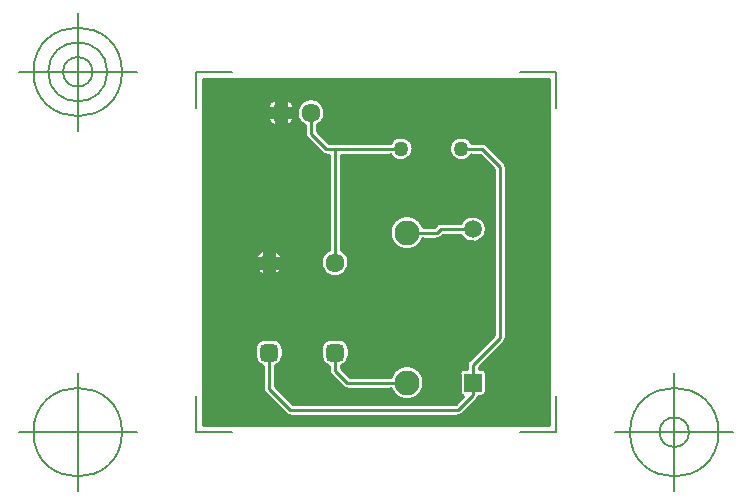
<source format=gbr>
G04 Generated by Ultiboard 14.3 *
%FSLAX34Y34*%
%MOMM*%

%ADD10C,0.0001*%
%ADD11C,0.2540*%
%ADD12C,0.0010*%
%ADD13C,0.1270*%
%ADD14C,0.84658*%
%ADD15C,0.99492*%
%ADD16C,1.2700*%
%ADD17C,2.1168*%
%ADD18C,1.6088*%
%ADD19C,1.5000*%
%ADD20R,1.5000X1.5000*%


G04 ColorRGB 00FF00 for the following layer *
%LNCopper Top*%
%LPD*%
G54D10*
G36*
X263152Y283192D02*
X263152Y283192D01*
X-29192Y283192D01*
X-29192Y-9152D01*
X263152Y-9152D01*
X263152Y283192D01*
D02*
G37*
%LPC*%
G36*
X15332Y132220D02*
G74*
D01*
G02X22212Y139100I11084J4204*
G01*
X22212Y139100D01*
X22212Y132220D01*
X15332Y132220D01*
D02*
G37*
G36*
X30620Y139100D02*
G74*
D01*
G02X37500Y132220I4204J11084*
G01*
X37500Y132220D01*
X30620Y132220D01*
X30620Y139100D01*
D02*
G37*
G36*
X37500Y123812D02*
G74*
D01*
G02X30620Y116932I11084J4204*
G01*
X30620Y116932D01*
X30620Y123812D01*
X37500Y123812D01*
D02*
G37*
G36*
X22212Y116932D02*
G74*
D01*
G02X15332Y123812I4204J11084*
G01*
X15332Y123812D01*
X22212Y123812D01*
X22212Y116932D01*
D02*
G37*
G36*
X21971Y128016D02*
G75*
D01*
G02X21971Y128016I4445J0*
G01*
D02*
G37*
G36*
X129797Y21311D02*
X129797Y21311D01*
X92456Y21311D01*
G75*
D01*
G02X91184Y21472I0J5105*
G01*
G74*
D01*
G02X88847Y22807I1272J4944*
G01*
X88847Y22807D01*
X78687Y32967D01*
G75*
D01*
G02X77191Y36588I3609J3609*
G01*
X77191Y36588D01*
X77191Y40532D01*
G75*
D01*
G02X70827Y48429I1718J7897*
G01*
X70827Y48429D01*
X70827Y55203D01*
G75*
D01*
G02X78909Y63285I8082J0*
G01*
X78909Y63285D01*
X85683Y63285D01*
G74*
D01*
G02X93765Y55203I0J8082*
G01*
X93765Y55203D01*
X93765Y48429D01*
G75*
D01*
G02X87401Y40532I-8082J0*
G01*
X87401Y40532D01*
X87401Y38690D01*
X94570Y31521D01*
X129797Y31521D01*
G75*
D01*
G02X129797Y21311I13459J-5105*
G01*
D02*
G37*
G36*
X189043Y151311D02*
X189043Y151311D01*
X173770Y151311D01*
X172271Y149813D01*
G74*
D01*
G02X170575Y148686I3615J3603*
G01*
G75*
D01*
G02X168648Y148311I-1919J4730*
G01*
X168648Y148311D01*
X156715Y148311D01*
G75*
D01*
G02X156715Y158521I-13459J5105*
G01*
X156715Y158521D01*
X166542Y158521D01*
X168047Y160025D01*
G74*
D01*
G02X171535Y161519I3609J3609*
G01*
G75*
D01*
G02X171656Y161521I121J-5103*
G01*
X171656Y161521D01*
X189043Y161521D01*
G75*
D01*
G02X189043Y151311I10093J-5105*
G01*
D02*
G37*
G36*
X25219Y250948D02*
X25219Y250948D01*
X32508Y250948D01*
X32508Y243659D01*
G74*
D01*
G02X25219Y250948I1423J8712*
G01*
D02*
G37*
G36*
X40644Y243659D02*
X40644Y243659D01*
X40644Y250948D01*
X47933Y250948D01*
G74*
D01*
G02X40644Y243659I8712J1423*
G01*
D02*
G37*
G36*
X47933Y259084D02*
X47933Y259084D01*
X40644Y259084D01*
X40644Y266373D01*
G74*
D01*
G02X47933Y259084I1423J8712*
G01*
D02*
G37*
G36*
X32508Y266373D02*
X32508Y266373D01*
X32508Y259084D01*
X25219Y259084D01*
G74*
D01*
G02X32508Y266373I8712J1423*
G01*
D02*
G37*
G36*
X31601Y255016D02*
G75*
D01*
G02X31601Y255016I4975J0*
G01*
D02*
G37*
G36*
X129391Y219431D02*
X129391Y219431D01*
X87401Y219431D01*
X87401Y138715D01*
G75*
D01*
G02X77191Y138715I-5105J-10699*
G01*
X77191Y138715D01*
X77191Y219431D01*
X74676Y219431D01*
G75*
D01*
G02X73200Y219650I0J5105*
G01*
G74*
D01*
G02X71067Y220927I1476J4886*
G01*
X71067Y220927D01*
X58367Y233627D01*
G75*
D01*
G02X56871Y237247I3609J3609*
G01*
X56871Y237247D01*
X56871Y244317D01*
G75*
D01*
G02X67081Y244317I5105J10699*
G01*
X67081Y244317D01*
X67081Y239350D01*
X76790Y229641D01*
X129391Y229641D01*
G75*
D01*
G02X129391Y219431I8785J-5105*
G01*
D02*
G37*
G36*
X210371Y228139D02*
X210371Y228139D01*
X225599Y212911D01*
G74*
D01*
G02X227101Y209296I3603J3615*
G01*
X227101Y209296D01*
X227101Y64516D01*
G75*
D01*
G02X225599Y60901I-5105J0*
G01*
X225599Y60901D01*
X204241Y39542D01*
X204241Y37744D01*
X206636Y37744D01*
G74*
D01*
G02X210464Y33916I0J3828*
G01*
X210464Y33916D01*
X210464Y18916D01*
G75*
D01*
G02X206636Y15088I-3828J0*
G01*
X206636Y15088D01*
X204105Y15088D01*
G74*
D01*
G02X202739Y12641I4969J1168*
G01*
X202739Y12641D01*
X190051Y-47D01*
G74*
D01*
G02X187510Y-1434I3615J3603*
G01*
G75*
D01*
G02X186431Y-1549I-1074J4990*
G01*
X186431Y-1549D01*
X44196Y-1549D01*
G75*
D01*
G02X42394Y-1220I0J5105*
G01*
G74*
D01*
G02X40587Y-53I1802J4776*
G01*
X40587Y-53D01*
X22807Y17727D01*
G75*
D01*
G02X21311Y21347I3609J3609*
G01*
X21311Y21347D01*
X21311Y40532D01*
G75*
D01*
G02X14947Y48429I1718J7897*
G01*
X14947Y48429D01*
X14947Y55203D01*
G75*
D01*
G02X23029Y63285I8082J0*
G01*
X23029Y63285D01*
X29803Y63285D01*
G74*
D01*
G02X37885Y55203I0J8082*
G01*
X37885Y55203D01*
X37885Y48429D01*
G75*
D01*
G02X31521Y40532I-8082J0*
G01*
X31521Y40532D01*
X31521Y23450D01*
X46310Y8661D01*
X184322Y8661D01*
X190834Y15173D01*
G75*
D01*
G02X187808Y18916I802J3743*
G01*
X187808Y18916D01*
X187808Y33916D01*
G75*
D01*
G02X191636Y37744I3828J0*
G01*
X191636Y37744D01*
X194031Y37744D01*
X194031Y41643D01*
G75*
D01*
G02X195527Y45265I5105J13*
G01*
X195527Y45265D01*
X216891Y66630D01*
X216891Y207182D01*
X204642Y219431D01*
X197761Y219431D01*
G75*
D01*
G02X197761Y229641I-8785J5105*
G01*
X197761Y229641D01*
X206756Y229641D01*
G74*
D01*
G02X210371Y228139I0J5105*
G01*
D02*
G37*
%LPD*%
G54D11*
X15332Y132220D02*
G74*
D01*
G02X22212Y139100I11084J4204*
G01*
X22212Y132220D01*
X15332Y132220D01*
X30620Y139100D02*
G74*
D01*
G02X37500Y132220I4204J11084*
G01*
X30620Y132220D01*
X30620Y139100D01*
X37500Y123812D02*
G74*
D01*
G02X30620Y116932I11084J4204*
G01*
X30620Y123812D01*
X37500Y123812D01*
X22212Y116932D02*
G74*
D01*
G02X15332Y123812I4204J11084*
G01*
X22212Y123812D01*
X22212Y116932D01*
X21971Y128016D02*
G75*
D01*
G02X21971Y128016I4445J0*
G01*
X129797Y21311D02*
X92456Y21311D01*
G75*
D01*
G02X91184Y21472I0J5105*
G01*
G74*
D01*
G02X88847Y22807I1272J4944*
G01*
X78687Y32967D01*
G75*
D01*
G02X77191Y36588I3609J3609*
G01*
X77191Y40532D01*
G75*
D01*
G02X70827Y48429I1718J7897*
G01*
X70827Y55203D01*
G75*
D01*
G02X78909Y63285I8082J0*
G01*
X85683Y63285D01*
G74*
D01*
G02X93765Y55203I0J8082*
G01*
X93765Y48429D01*
G75*
D01*
G02X87401Y40532I-8082J0*
G01*
X87401Y38690D01*
X94570Y31521D01*
X129797Y31521D01*
G75*
D01*
G02X129797Y21311I13459J-5105*
G01*
X189043Y151311D02*
X173770Y151311D01*
X172271Y149813D01*
G74*
D01*
G02X170575Y148686I3615J3603*
G01*
G75*
D01*
G02X168648Y148311I-1919J4730*
G01*
X156715Y148311D01*
G75*
D01*
G02X156715Y158521I-13459J5105*
G01*
X166542Y158521D01*
X168047Y160025D01*
G74*
D01*
G02X171535Y161519I3609J3609*
G01*
G75*
D01*
G02X171656Y161521I121J-5103*
G01*
X189043Y161521D01*
G75*
D01*
G02X189043Y151311I10093J-5105*
G01*
X25219Y250948D02*
X32508Y250948D01*
X32508Y243659D01*
G74*
D01*
G02X25219Y250948I1423J8712*
G01*
X40644Y243659D02*
X40644Y250948D01*
X47933Y250948D01*
G74*
D01*
G02X40644Y243659I8712J1423*
G01*
X47933Y259084D02*
X40644Y259084D01*
X40644Y266373D01*
G74*
D01*
G02X47933Y259084I1423J8712*
G01*
X32508Y266373D02*
X32508Y259084D01*
X25219Y259084D01*
G74*
D01*
G02X32508Y266373I8712J1423*
G01*
X31601Y255016D02*
G75*
D01*
G02X31601Y255016I4975J0*
G01*
X129391Y219431D02*
X87401Y219431D01*
X87401Y138715D01*
G75*
D01*
G02X77191Y138715I-5105J-10699*
G01*
X77191Y219431D01*
X74676Y219431D01*
G75*
D01*
G02X73200Y219650I0J5105*
G01*
G74*
D01*
G02X71067Y220927I1476J4886*
G01*
X58367Y233627D01*
G75*
D01*
G02X56871Y237247I3609J3609*
G01*
X56871Y244317D01*
G75*
D01*
G02X67081Y244317I5105J10699*
G01*
X67081Y239350D01*
X76790Y229641D01*
X129391Y229641D01*
G75*
D01*
G02X129391Y219431I8785J-5105*
G01*
X210371Y228139D02*
X225599Y212911D01*
G74*
D01*
G02X227101Y209296I3603J3615*
G01*
X227101Y64516D01*
G75*
D01*
G02X225599Y60901I-5105J0*
G01*
X204241Y39542D01*
X204241Y37744D01*
X206636Y37744D01*
G74*
D01*
G02X210464Y33916I0J3828*
G01*
X210464Y18916D01*
G75*
D01*
G02X206636Y15088I-3828J0*
G01*
X204105Y15088D01*
G74*
D01*
G02X202739Y12641I4969J1168*
G01*
X190051Y-47D01*
G74*
D01*
G02X187510Y-1434I3615J3603*
G01*
G75*
D01*
G02X186431Y-1549I-1074J4990*
G01*
X44196Y-1549D01*
G75*
D01*
G02X42394Y-1220I0J5105*
G01*
G74*
D01*
G02X40587Y-53I1802J4776*
G01*
X22807Y17727D01*
G75*
D01*
G02X21311Y21347I3609J3609*
G01*
X21311Y40532D01*
G75*
D01*
G02X14947Y48429I1718J7897*
G01*
X14947Y55203D01*
G75*
D01*
G02X23029Y63285I8082J0*
G01*
X29803Y63285D01*
G74*
D01*
G02X37885Y55203I0J8082*
G01*
X37885Y48429D01*
G75*
D01*
G02X31521Y40532I-8082J0*
G01*
X31521Y23450D01*
X46310Y8661D01*
X184322Y8661D01*
X190834Y15173D01*
G75*
D01*
G02X187808Y18916I802J3743*
G01*
X187808Y33916D01*
G75*
D01*
G02X191636Y37744I3828J0*
G01*
X194031Y37744D01*
X194031Y41643D01*
G75*
D01*
G02X195527Y45265I5105J13*
G01*
X216891Y66630D01*
X216891Y207182D01*
X204642Y219431D01*
X197761Y219431D01*
G75*
D01*
G02X197761Y229641I-8785J5105*
G01*
X206756Y229641D01*
G74*
D01*
G02X210371Y228139I0J5105*
G01*
X263152Y283192D02*
X-29192Y283192D01*
X-29192Y-9152D01*
X263152Y-9152D01*
X263152Y283192D01*
X199136Y41656D02*
X199136Y16256D01*
X221996Y64516D02*
X199136Y41656D01*
X221996Y209296D02*
X221996Y64516D01*
X26416Y191516D02*
X26416Y128016D01*
X168656Y153416D02*
X143256Y153416D01*
X171656Y156416D02*
X168656Y153416D01*
X199136Y156416D02*
X171656Y156416D01*
X36576Y201676D02*
X26416Y191516D01*
X36576Y255016D02*
X36576Y201676D01*
X206756Y224536D02*
X221996Y209296D01*
X188976Y224536D02*
X206756Y224536D01*
X92456Y26416D02*
X82296Y36576D01*
X143256Y26416D02*
X92456Y26416D01*
X82296Y36576D02*
X82296Y51816D01*
X199136Y16256D02*
X186436Y3556D01*
X44196Y3556D02*
X26416Y21336D01*
X26416Y51816D01*
X186436Y3556D02*
X44196Y3556D01*
X74676Y224536D02*
X61976Y237236D01*
X61976Y255016D01*
X138176Y224536D02*
X74676Y224536D01*
X82296Y224536D02*
X82296Y128016D01*
G54D12*
G36*
X18796Y48429D02*
X18796Y55203D01*
X34036Y55203D01*
X34036Y48429D01*
X18796Y48429D01*
G37*
G36*
X23029Y44196D02*
X23029Y59436D01*
X29803Y59436D01*
X29803Y44196D01*
X23029Y44196D01*
G37*
G36*
X28956Y252371D02*
X28956Y257661D01*
X44196Y257661D01*
X44196Y252371D01*
X28956Y252371D01*
G37*
G36*
X33931Y247396D02*
X33931Y262636D01*
X39221Y262636D01*
X39221Y247396D01*
X33931Y247396D01*
G37*
G36*
X74676Y48429D02*
X74676Y55203D01*
X89916Y55203D01*
X89916Y48429D01*
X74676Y48429D01*
G37*
G36*
X78909Y44196D02*
X78909Y59436D01*
X85683Y59436D01*
X85683Y44196D01*
X78909Y44196D01*
G37*
G54D13*
X-35560Y-15520D02*
X-35560Y14988D01*
X-35560Y-15520D02*
X-5052Y-15520D01*
X269520Y-15520D02*
X239012Y-15520D01*
X269520Y-15520D02*
X269520Y14988D01*
X269520Y289560D02*
X269520Y259052D01*
X269520Y289560D02*
X239012Y289560D01*
X-35560Y289560D02*
X-5052Y289560D01*
X-35560Y289560D02*
X-35560Y259052D01*
X-85560Y-15520D02*
X-185560Y-15520D01*
X-135560Y-65520D02*
X-135560Y34480D01*
X-173060Y-15520D02*
G75*
D01*
G02X-173060Y-15520I37500J0*
G01*
X319520Y-15520D02*
X419520Y-15520D01*
X369520Y-65520D02*
X369520Y34480D01*
X332020Y-15520D02*
G75*
D01*
G02X332020Y-15520I37500J0*
G01*
X357020Y-15520D02*
G75*
D01*
G02X357020Y-15520I12500J0*
G01*
X-85560Y289560D02*
X-185560Y289560D01*
X-135560Y239560D02*
X-135560Y339560D01*
X-173060Y289560D02*
G75*
D01*
G02X-173060Y289560I37500J0*
G01*
X-160560Y289560D02*
G75*
D01*
G02X-160560Y289560I25000J0*
G01*
X-148060Y289560D02*
G75*
D01*
G02X-148060Y289560I12500J0*
G01*
G54D14*
X23029Y55203D03*
X29803Y55203D03*
X23029Y48429D03*
X29803Y48429D03*
X78909Y55203D03*
X85683Y55203D03*
X78909Y48429D03*
X85683Y48429D03*
G54D15*
X33931Y257661D03*
X39221Y257661D03*
X33931Y252371D03*
X39221Y252371D03*
G54D16*
X138176Y224536D03*
X188976Y224536D03*
G54D17*
X143256Y153416D03*
X143256Y26416D03*
G54D18*
X26416Y128016D03*
X61976Y255016D03*
X82296Y128016D03*
G54D19*
X199136Y156416D03*
G54D20*
X199136Y26416D03*

M02*

</source>
